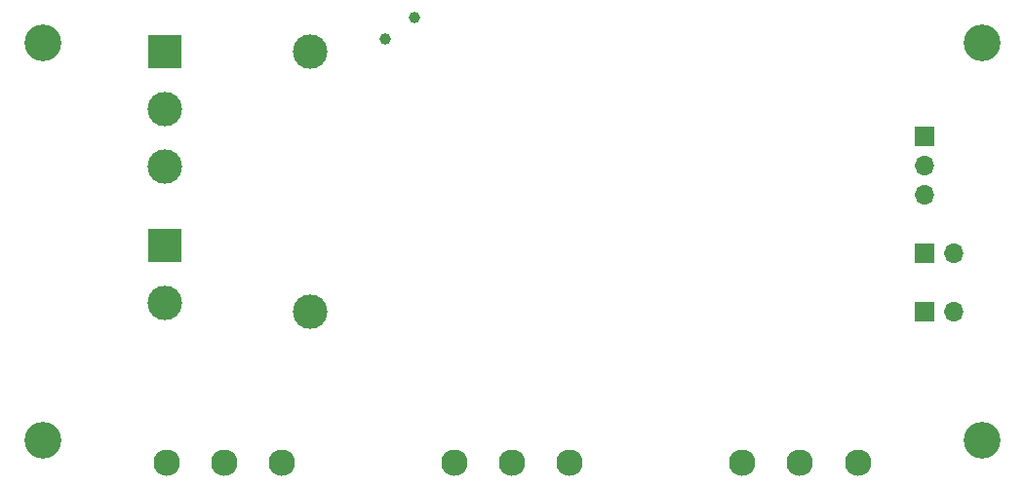
<source format=gbs>
G04 #@! TF.GenerationSoftware,KiCad,Pcbnew,(6.0.2)*
G04 #@! TF.CreationDate,2022-02-23T13:26:13+01:00*
G04 #@! TF.ProjectId,esp32-wled-adv-pcb,65737033-322d-4776-9c65-642d6164762d,rev?*
G04 #@! TF.SameCoordinates,Original*
G04 #@! TF.FileFunction,Soldermask,Bot*
G04 #@! TF.FilePolarity,Negative*
%FSLAX46Y46*%
G04 Gerber Fmt 4.6, Leading zero omitted, Abs format (unit mm)*
G04 Created by KiCad (PCBNEW (6.0.2)) date 2022-02-23 13:26:13*
%MOMM*%
%LPD*%
G01*
G04 APERTURE LIST*
%ADD10R,1.700000X1.700000*%
%ADD11O,1.700000X1.700000*%
%ADD12C,3.200000*%
%ADD13R,3.000000X3.000000*%
%ADD14C,3.000000*%
%ADD15C,1.000000*%
%ADD16C,2.300000*%
G04 APERTURE END LIST*
D10*
G04 #@! TO.C,J6*
X162809000Y-114808000D03*
D11*
X165349000Y-114808000D03*
G04 #@! TD*
D12*
G04 #@! TO.C,H4*
X86250000Y-91500000D03*
G04 #@! TD*
D13*
G04 #@! TO.C,J2*
X96881500Y-92188000D03*
D14*
X96881500Y-97188000D03*
X96881500Y-102188000D03*
G04 #@! TD*
D12*
G04 #@! TO.C,H3*
X167750000Y-91500000D03*
G04 #@! TD*
D15*
G04 #@! TO.C,TP1*
X115950000Y-91125000D03*
G04 #@! TD*
D16*
G04 #@! TO.C,RV3*
X147000000Y-128000000D03*
X152000000Y-128000000D03*
X157000000Y-128000000D03*
G04 #@! TD*
G04 #@! TO.C,RV2*
X122000000Y-128000000D03*
X127000000Y-128000000D03*
X132000000Y-128000000D03*
G04 #@! TD*
G04 #@! TO.C,RV1*
X97000000Y-128000000D03*
X102000000Y-128000000D03*
X107000000Y-128000000D03*
G04 #@! TD*
D10*
G04 #@! TO.C,J1*
X162814000Y-99568000D03*
D11*
X162814000Y-102108000D03*
X162814000Y-104648000D03*
G04 #@! TD*
D10*
G04 #@! TO.C,J5*
X162809000Y-109728000D03*
D11*
X165349000Y-109728000D03*
G04 #@! TD*
D15*
G04 #@! TO.C,TP2*
X118516400Y-89255600D03*
G04 #@! TD*
D13*
G04 #@! TO.C,J4*
X96881500Y-109056700D03*
D14*
X96881500Y-114056700D03*
G04 #@! TD*
D12*
G04 #@! TO.C,H2*
X167750000Y-126000000D03*
G04 #@! TD*
D14*
G04 #@! TO.C,F1*
X109474000Y-92205000D03*
X109474000Y-114805000D03*
G04 #@! TD*
D12*
G04 #@! TO.C,H1*
X86250000Y-126000000D03*
G04 #@! TD*
M02*

</source>
